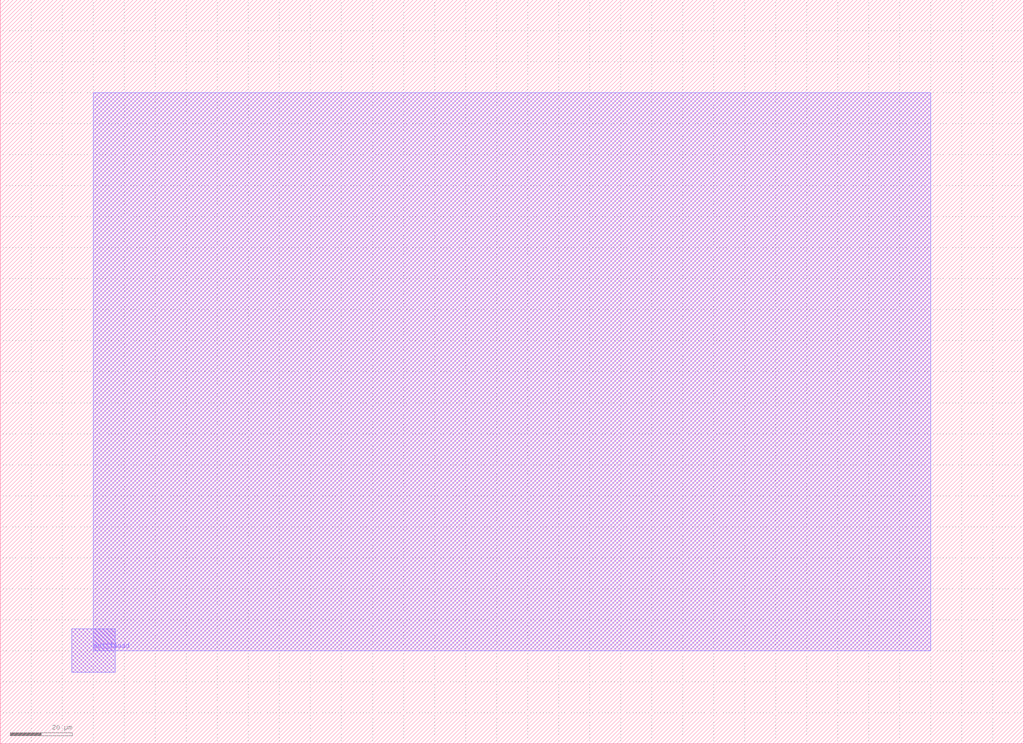
<source format=lef>
VERSION 5.7 ;
BUSBITCHARS "[]" ;
DIVIDERCHAR "/" ;

MACRO p_serpentine_1_180_30_5
  CLASS CORE ;
  ORIGIN  0 0 ;
  FOREIGN p_serpentine_1_180_30_5 0 0 ;
  SIZE 210 BY 240 ;
  SYMMETRY X Y ;
  SITE CoreSite ;
  PIN in_fluid
    DIRECTION INPUT ;
    USE SIGNAL ;
    PORT
      LAYER met2 ;
        RECT 23 23 37 37 ;
    END
  END in_fluid
  PIN out_fluid
    DIRECTION OUTPUT ;
    USE SIGNAL ;
    PORT
      LAYER met3 ;
        RECT 23 23 37 37 ;
    END
  END out_fluid
  OBS
    LAYER met2 ;
      RECT 30 30 180 210 ;
    LAYER met3 ;
      RECT 30 30 180 210 ;
  END
  PROPERTY CatenaDesignType "deviceLevel" ;
END p_serpentine_1_180_30_5

MACRO p_serpentine_1_180_30_7
  CLASS CORE ;
  ORIGIN  0 0 ;
  FOREIGN p_serpentine_1_180_30_7 0 0 ;
  SIZE 270 BY 240 ;
  SYMMETRY X Y ;
  SITE CoreSite ;
  PIN in_fluid
    DIRECTION INPUT ;
    USE SIGNAL ;
    PORT
      LAYER met2 ;
        RECT 23 23 37 37 ;
    END
  END in_fluid
  PIN out_fluid
    DIRECTION OUTPUT ;
    USE SIGNAL ;
    PORT
      LAYER met3 ;
        RECT 23 23 37 37 ;
    END
  END out_fluid
  OBS
    LAYER met2 ;
      RECT 30 30 240 210 ;
    LAYER met3 ;
      RECT 30 30 240 210 ;
  END
  PROPERTY CatenaDesignType "deviceLevel" ;
END p_serpentine_1_180_30_7

MACRO p_serpentine_1_180_30_9
  CLASS CORE ;
  ORIGIN  0 0 ;
  FOREIGN p_serpentine_1_180_30_9 0 0 ;
  SIZE 330 BY 240 ;
  SYMMETRY X Y ;
  SITE CoreSite ;
  PIN in_fluid
    DIRECTION INPUT ;
    USE SIGNAL ;
    PORT
      LAYER met2 ;
        RECT 23 23 37 37 ;
    END
  END in_fluid
  PIN out_fluid
    DIRECTION OUTPUT ;
    USE SIGNAL ;
    PORT
      LAYER met3 ;
        RECT 23 23 37 37 ;
    END
  END out_fluid
  OBS
    LAYER met2 ;
      RECT 30 30 300 210 ;
    LAYER met3 ;
      RECT 30 30 300 210 ;
  END
  PROPERTY CatenaDesignType "deviceLevel" ;
END p_serpentine_1_180_30_9

MACRO p_serpentine_1_180_30_8
  CLASS CORE ;
  ORIGIN  0 0 ;
  FOREIGN p_serpentine_1_180_30_8 0 0 ;
  SIZE 300 BY 240 ;
  SYMMETRY X Y ;
  SITE CoreSite ;
  PIN in_fluid
    DIRECTION INPUT ;
    USE SIGNAL ;
    PORT
      LAYER met2 ;
        RECT 23 23 37 37 ;
    END
  END in_fluid
  PIN out_fluid
    DIRECTION OUTPUT ;
    USE SIGNAL ;
    PORT
      LAYER met3 ;
        RECT 23 23 37 37 ;
    END
  END out_fluid
  OBS
    LAYER met2 ;
      RECT 30 30 270 210 ;
    LAYER met3 ;
      RECT 30 30 270 210 ;
  END
  PROPERTY CatenaDesignType "deviceLevel" ;
END p_serpentine_1_180_30_8

MACRO p_serpentine_1_180_30_6
  CLASS CORE ;
  ORIGIN  0 0 ;
  FOREIGN p_serpentine_1_180_30_6 0 0 ;
  SIZE 240 BY 240 ;
  SYMMETRY X Y ;
  SITE CoreSite ;
  PIN in_fluid
    DIRECTION INPUT ;
    USE SIGNAL ;
    PORT
      LAYER met2 ;
        RECT 23 23 37 37 ;
    END
  END in_fluid
  PIN out_fluid
    DIRECTION OUTPUT ;
    USE SIGNAL ;
    PORT
      LAYER met3 ;
        RECT 23 23 37 37 ;
    END
  END out_fluid
  OBS
    LAYER met2 ;
      RECT 30 30 210 210 ;
    LAYER met3 ;
      RECT 30 30 210 210 ;
  END
  PROPERTY CatenaDesignType "deviceLevel" ;
END p_serpentine_1_180_30_6


</source>
